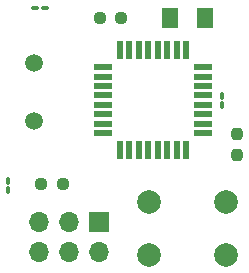
<source format=gbr>
%TF.GenerationSoftware,KiCad,Pcbnew,6.0.11+dfsg-1~bpo11+1*%
%TF.CreationDate,2023-08-17T01:34:46-07:00*%
%TF.ProjectId,electrical_intro_project,656c6563-7472-4696-9361-6c5f696e7472,rev?*%
%TF.SameCoordinates,Original*%
%TF.FileFunction,Soldermask,Top*%
%TF.FilePolarity,Negative*%
%FSLAX46Y46*%
G04 Gerber Fmt 4.6, Leading zero omitted, Abs format (unit mm)*
G04 Created by KiCad (PCBNEW 6.0.11+dfsg-1~bpo11+1) date 2023-08-17 01:34:46*
%MOMM*%
%LPD*%
G01*
G04 APERTURE LIST*
G04 Aperture macros list*
%AMRoundRect*
0 Rectangle with rounded corners*
0 $1 Rounding radius*
0 $2 $3 $4 $5 $6 $7 $8 $9 X,Y pos of 4 corners*
0 Add a 4 corners polygon primitive as box body*
4,1,4,$2,$3,$4,$5,$6,$7,$8,$9,$2,$3,0*
0 Add four circle primitives for the rounded corners*
1,1,$1+$1,$2,$3*
1,1,$1+$1,$4,$5*
1,1,$1+$1,$6,$7*
1,1,$1+$1,$8,$9*
0 Add four rect primitives between the rounded corners*
20,1,$1+$1,$2,$3,$4,$5,0*
20,1,$1+$1,$4,$5,$6,$7,0*
20,1,$1+$1,$6,$7,$8,$9,0*
20,1,$1+$1,$8,$9,$2,$3,0*%
G04 Aperture macros list end*
%ADD10C,1.500000*%
%ADD11R,0.550000X1.600000*%
%ADD12R,1.600000X0.550000*%
%ADD13C,2.000000*%
%ADD14RoundRect,0.237500X-0.250000X-0.237500X0.250000X-0.237500X0.250000X0.237500X-0.250000X0.237500X0*%
%ADD15RoundRect,0.237500X0.237500X-0.250000X0.237500X0.250000X-0.237500X0.250000X-0.237500X-0.250000X0*%
%ADD16R,1.700000X1.700000*%
%ADD17O,1.700000X1.700000*%
%ADD18RoundRect,0.250001X-0.462499X-0.624999X0.462499X-0.624999X0.462499X0.624999X-0.462499X0.624999X0*%
%ADD19RoundRect,0.100000X-0.100000X0.217500X-0.100000X-0.217500X0.100000X-0.217500X0.100000X0.217500X0*%
%ADD20RoundRect,0.100000X0.217500X0.100000X-0.217500X0.100000X-0.217500X-0.100000X0.217500X-0.100000X0*%
%ADD21RoundRect,0.100000X0.100000X-0.217500X0.100000X0.217500X-0.100000X0.217500X-0.100000X-0.217500X0*%
G04 APERTURE END LIST*
D10*
%TO.C,Y1*%
X117250000Y-105430000D03*
X117250000Y-100550000D03*
%TD*%
D11*
%TO.C,U1*%
X124550000Y-99420000D03*
X125350000Y-99420000D03*
X126150000Y-99420000D03*
X126950000Y-99420000D03*
X127750000Y-99420000D03*
X128550000Y-99420000D03*
X129350000Y-99420000D03*
X130150000Y-99420000D03*
D12*
X131600000Y-100870000D03*
X131600000Y-101670000D03*
X131600000Y-102470000D03*
X131600000Y-103270000D03*
X131600000Y-104070000D03*
X131600000Y-104870000D03*
X131600000Y-105670000D03*
X131600000Y-106470000D03*
D11*
X130150000Y-107920000D03*
X129350000Y-107920000D03*
X128550000Y-107920000D03*
X127750000Y-107920000D03*
X126950000Y-107920000D03*
X126150000Y-107920000D03*
X125350000Y-107920000D03*
X124550000Y-107920000D03*
D12*
X123100000Y-106470000D03*
X123100000Y-105670000D03*
X123100000Y-104870000D03*
X123100000Y-104070000D03*
X123100000Y-103270000D03*
X123100000Y-102470000D03*
X123100000Y-101670000D03*
X123100000Y-100870000D03*
%TD*%
D13*
%TO.C,SW1*%
X127000000Y-116750000D03*
X133500000Y-116750000D03*
X133500000Y-112250000D03*
X127000000Y-112250000D03*
%TD*%
D14*
%TO.C,R3*%
X117887500Y-110800000D03*
X119712500Y-110800000D03*
%TD*%
D15*
%TO.C,R2*%
X134500000Y-108325000D03*
X134500000Y-106500000D03*
%TD*%
D14*
%TO.C,R1*%
X122837500Y-96750000D03*
X124662500Y-96750000D03*
%TD*%
D16*
%TO.C,J1*%
X122790000Y-113960000D03*
D17*
X122790000Y-116500000D03*
X120250000Y-113960000D03*
X120250000Y-116500000D03*
X117710000Y-113960000D03*
X117710000Y-116500000D03*
%TD*%
D18*
%TO.C,D1*%
X128762500Y-96750000D03*
X131737500Y-96750000D03*
%TD*%
D19*
%TO.C,C3*%
X115100000Y-110492500D03*
X115100000Y-111307500D03*
%TD*%
D20*
%TO.C,C2*%
X118207500Y-95900000D03*
X117392500Y-95900000D03*
%TD*%
D21*
%TO.C,C1*%
X133200000Y-104107500D03*
X133200000Y-103292500D03*
%TD*%
M02*

</source>
